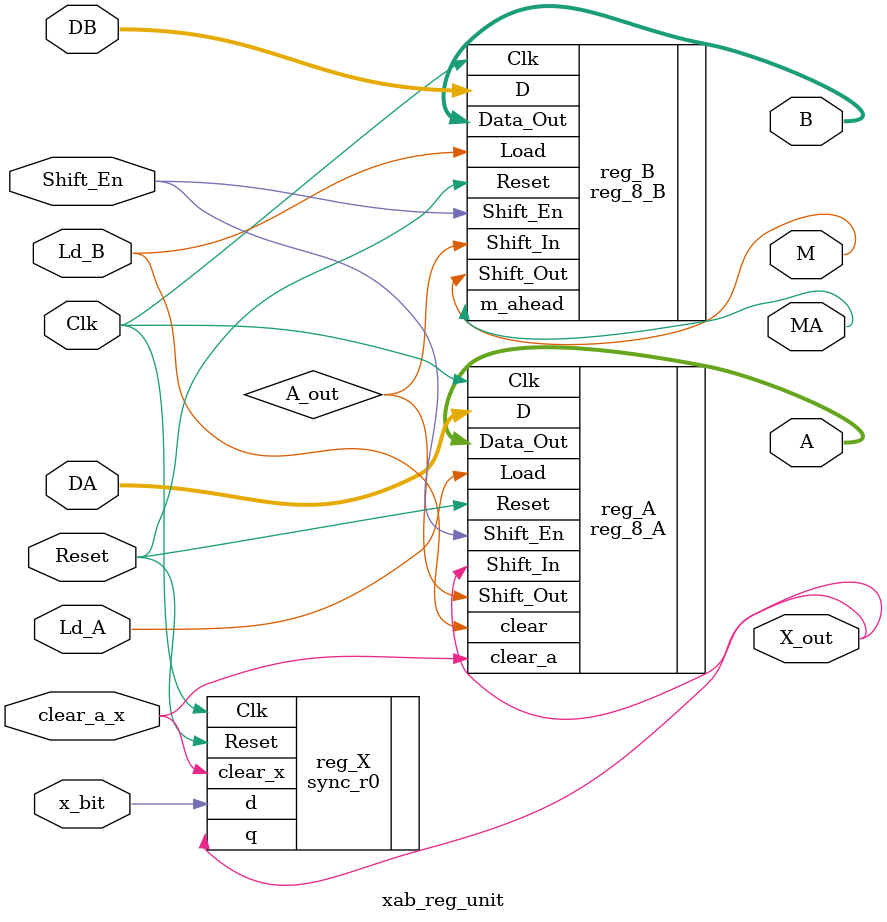
<source format=sv>
module xab_reg_unit (input  logic Clk, Reset, Ld_A, Ld_B, 
                            Shift_En, x_bit, clear_a_x,
							 input  logic [7:0]  DA, 
                      input  logic [7:0]  DB, 
                      output logic M, MA,
							 output logic X_out,
                      output logic [7:0]  A,
                      output logic [7:0]  B);
							 
	logic A_out;

	sync_r0 reg_X (.Clk(Clk), .Reset(Reset), .clear_x(clear_a_x), .d(x_bit), .q(X_out));
							 
	reg_8_A   reg_A (.Clk(Clk), .Reset(Reset), .Shift_En(Shift_En), .clear_a(clear_a_x), .D(DA), .Shift_In(X_out), .Load(Ld_A), .clear(Ld_B), .Shift_Out(A_out), .Data_Out(A));
	reg_8_B   reg_B (.Clk(Clk), .Reset(Reset), .Shift_En(Shift_En), .D(DB), .Shift_In(A_out), .Load(Ld_B), .Shift_Out(M), .m_ahead(MA), .Data_Out(B));

endmodule

</source>
